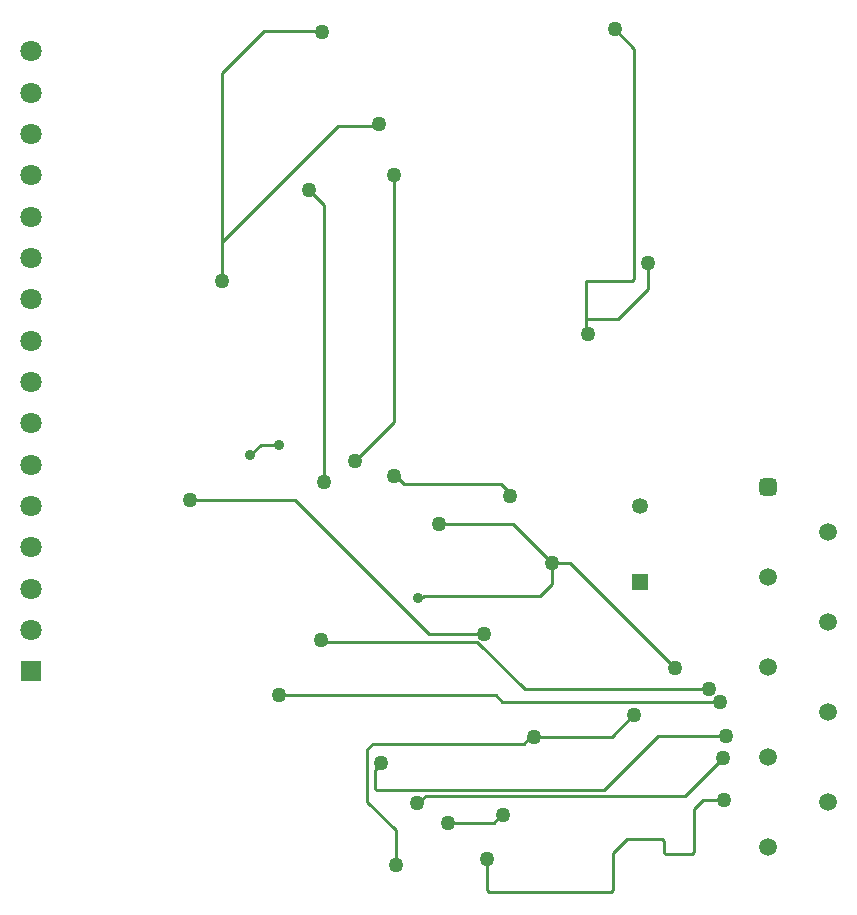
<source format=gbl>
G04*
G04 #@! TF.GenerationSoftware,Altium Limited,Altium Designer,24.10.1 (45)*
G04*
G04 Layer_Physical_Order=2*
G04 Layer_Color=16711680*
%FSLAX44Y44*%
%MOMM*%
G71*
G04*
G04 #@! TF.SameCoordinates,DF843893-4558-481A-A0A7-994FBF74EE7B*
G04*
G04*
G04 #@! TF.FilePolarity,Positive*
G04*
G01*
G75*
%ADD11C,0.2540*%
%ADD65C,1.5000*%
G04:AMPARAMS|DCode=66|XSize=1.5mm|YSize=1.5mm|CornerRadius=0.375mm|HoleSize=0mm|Usage=FLASHONLY|Rotation=90.000|XOffset=0mm|YOffset=0mm|HoleType=Round|Shape=RoundedRectangle|*
%AMROUNDEDRECTD66*
21,1,1.5000,0.7500,0,0,90.0*
21,1,0.7500,1.5000,0,0,90.0*
1,1,0.7500,0.3750,0.3750*
1,1,0.7500,0.3750,-0.3750*
1,1,0.7500,-0.3750,-0.3750*
1,1,0.7500,-0.3750,0.3750*
%
%ADD66ROUNDEDRECTD66*%
%ADD67R,1.8000X1.8000*%
%ADD68C,1.8000*%
%ADD69R,1.3500X1.3500*%
%ADD70C,1.3500*%
%ADD71C,1.2700*%
%ADD72C,0.9144*%
%ADD73C,0.8890*%
D11*
X367024Y253594D02*
X370144D01*
X365267Y251837D02*
X367024Y253594D01*
X370550Y254000D02*
X468630D01*
X370144Y253594D02*
X370550Y254000D01*
X468630D02*
X478790Y264160D01*
X372328Y85090D02*
X591820D01*
X365978Y78740D02*
X372328Y85090D01*
X591820D02*
X623570Y116840D01*
X416092Y215226D02*
X456058Y175260D01*
X285154Y215226D02*
X416092D01*
X283210Y217170D02*
X285154Y215226D01*
X328930Y91658D02*
Y106462D01*
X523240Y90170D02*
X568960Y135890D01*
X328930Y91658D02*
X330418Y90170D01*
X523240D01*
X364490Y78740D02*
X365978D01*
X334010Y111542D02*
Y113030D01*
X328930Y106462D02*
X334010Y111542D01*
X322580Y80010D02*
Y124242D01*
X346710Y26670D02*
Y55880D01*
X322580Y80010D02*
X346710Y55880D01*
X322580Y124242D02*
X327422Y129084D01*
X568960Y135890D02*
X626110D01*
X424180Y5298D02*
Y35560D01*
Y5298D02*
X425668Y3810D01*
X430022Y62230D02*
X436372Y68580D01*
X391160Y62230D02*
X430022D01*
X436372Y68580D02*
X438040D01*
X425668Y3810D02*
X529372D01*
X327422Y129084D02*
X455265D01*
X460801Y134620D02*
X463550D01*
X455265Y129084D02*
X460801Y134620D01*
X494030Y281940D02*
X582930Y193040D01*
X478790Y281940D02*
X494030D01*
X463550Y134620D02*
X529590D01*
X549726Y154756D01*
X478790Y264160D02*
Y281940D01*
X383540Y314960D02*
X445770D01*
X478790Y281940D01*
X247650Y170180D02*
X431564D01*
X437091Y164653D02*
X621231D01*
X431564Y170180D02*
X437091Y164653D01*
X456058Y175260D02*
X612140D01*
X606624Y81280D02*
X624840D01*
X599222Y73878D02*
X599440Y73660D01*
X599222Y73878D02*
X606624Y81280D01*
X577850Y35560D02*
X597952D01*
X599440Y37048D01*
Y73660D01*
X574040Y36830D02*
X575528Y35342D01*
X577632D01*
X577850Y35560D01*
X542290Y48260D02*
X572552D01*
X574040Y46772D01*
Y36830D02*
Y46772D01*
X530860Y36830D02*
X542290Y48260D01*
X529372Y3810D02*
X530860Y5298D01*
Y36830D01*
X443230Y339090D02*
Y341630D01*
X435610Y349250D02*
X443230Y341630D01*
X345440Y355600D02*
X347108D01*
X353458Y349250D01*
X435610D01*
X172720Y335280D02*
X261620D01*
X374650Y222250D01*
X421640D01*
X560070Y514350D02*
Y535940D01*
X273050Y598170D02*
X285750Y585470D01*
Y350520D02*
Y585470D01*
X345440Y401320D02*
Y610870D01*
X199468Y553798D02*
Y697308D01*
X297776Y652106D02*
X330796D01*
X199468Y553798D02*
X297776Y652106D01*
X199468Y520778D02*
Y553798D01*
X312420Y368300D02*
X345440Y401320D01*
X330796Y652106D02*
X332740Y654050D01*
X508000Y488950D02*
Y520778D01*
Y477520D02*
Y488950D01*
X534670D01*
X560070Y514350D01*
X508000Y477520D02*
X509270Y476250D01*
X508000Y520778D02*
X547152D01*
X548640Y522266D01*
X532130Y734060D02*
X548640Y717550D01*
Y522266D02*
Y717550D01*
X283132Y732868D02*
X284480Y731520D01*
X235028Y732868D02*
X283132D01*
X199468Y697308D02*
X235028Y732868D01*
X223520Y373380D02*
X232410Y382270D01*
X247650D01*
D65*
X712470Y80010D02*
D03*
X662470Y118110D02*
D03*
Y194310D02*
D03*
Y270510D02*
D03*
X712470Y308610D02*
D03*
Y232410D02*
D03*
Y156210D02*
D03*
X662470Y41910D02*
D03*
D66*
Y346710D02*
D03*
D67*
X38100Y190350D02*
D03*
D68*
Y225350D02*
D03*
Y260350D02*
D03*
Y295350D02*
D03*
Y330350D02*
D03*
Y365350D02*
D03*
Y400350D02*
D03*
Y435350D02*
D03*
Y470350D02*
D03*
Y505350D02*
D03*
Y540350D02*
D03*
Y575350D02*
D03*
Y610350D02*
D03*
Y645350D02*
D03*
Y680350D02*
D03*
Y715350D02*
D03*
D69*
X553720Y266450D02*
D03*
D70*
Y330450D02*
D03*
D71*
X364490Y78740D02*
D03*
X424070Y31750D02*
D03*
X391160Y62230D02*
D03*
X438040Y68580D02*
D03*
X346710Y26670D02*
D03*
X582930Y193040D02*
D03*
X548640Y153670D02*
D03*
X463550Y134620D02*
D03*
X478790Y281940D02*
D03*
X383540Y314960D02*
D03*
X247650Y170180D02*
D03*
X621231Y164653D02*
D03*
X612140Y175260D02*
D03*
X626110Y135890D02*
D03*
X334010Y113030D02*
D03*
X623570Y116840D02*
D03*
X624840Y81280D02*
D03*
X443230Y339090D02*
D03*
X345440Y355600D02*
D03*
X283210Y217170D02*
D03*
X172720Y335280D02*
D03*
X421640Y222250D02*
D03*
X560070Y535940D02*
D03*
X285750Y350520D02*
D03*
X273050Y598170D02*
D03*
X345440Y610870D02*
D03*
X312420Y368300D02*
D03*
X509270Y476250D02*
D03*
X332740Y654050D02*
D03*
X532130Y734060D02*
D03*
X284480Y731520D02*
D03*
X199468Y520778D02*
D03*
D72*
X365760Y252330D02*
D03*
D73*
X223520Y373380D02*
D03*
X247650Y382270D02*
D03*
M02*

</source>
